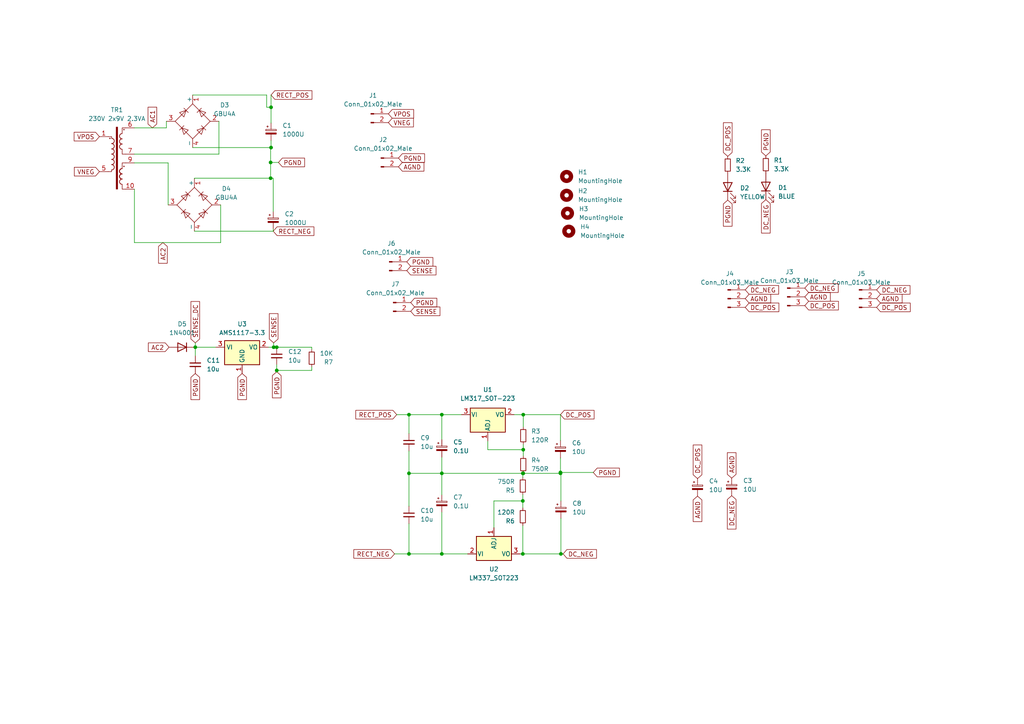
<source format=kicad_sch>
(kicad_sch (version 20230121) (generator eeschema)
  (paper "A4")
  (lib_symbols
    (symbol "Connector:Conn_01x02_Male" (pin_names (offset 1.016) hide)
      (property "Reference" "J" (at 0 2.54 0))
      (property "Value" "Conn_01x02_Male" (at 0 -5.08 0))
      (symbol "Conn_01x02_Male_1_1"
        (polyline (pts (xy 1.27 -2.54) (xy 0.8636 -2.54)) (stroke (width 0.1524)))
        (polyline (pts (xy 1.27 0) (xy 0.8636 0)) (stroke (width 0.1524)))
        (rectangle (start 0.8636 -2.413) (end 0 -2.667) (stroke (width 0.1524)) (fill (type outline)))
        (rectangle (start 0.8636 0.127) (end 0 -0.127) (stroke (width 0.1524)) (fill (type outline)))
        (pin passive line (at 5.08 0 180) (length 3.81) (name "Pin_1") (number "1"))
        (pin passive line (at 5.08 -2.54 180) (length 3.81) (name "Pin_2") (number "2"))
      )
    )
    (symbol "Connector:Conn_01x03_Male" (pin_names (offset 1.016) hide)
      (property "Reference" "J" (at 0 5.08 0))
      (property "Value" "Conn_01x03_Male" (at 0 -5.08 0))
      (symbol "Conn_01x03_Male_1_1"
        (polyline (pts (xy 1.27 -2.54) (xy 0.8636 -2.54)) (stroke (width 0.1524)))
        (polyline (pts (xy 1.27 0) (xy 0.8636 0)) (stroke (width 0.1524)))
        (polyline (pts (xy 1.27 2.54) (xy 0.8636 2.54)) (stroke (width 0.1524)))
        (rectangle (start 0.8636 -2.413) (end 0 -2.667) (stroke (width 0.1524)) (fill (type outline)))
        (rectangle (start 0.8636 0.127) (end 0 -0.127) (stroke (width 0.1524)) (fill (type outline)))
        (rectangle (start 0.8636 2.667) (end 0 2.413) (stroke (width 0.1524)) (fill (type outline)))
        (pin passive line (at 5.08 2.54 180) (length 3.81) (name "Pin_1") (number "1"))
        (pin passive line (at 5.08 0 180) (length 3.81) (name "Pin_2") (number "2"))
        (pin passive line (at 5.08 -2.54 180) (length 3.81) (name "Pin_3") (number "3"))
      )
    )
    (symbol "Device:C_Polarized_Small" (pin_numbers hide) (pin_names (offset 0.254) hide)
      (property "Reference" "C" (at 0.254 1.778 0))
      (property "Value" "C_Polarized_Small" (at 0.254 -2.032 0))
      (symbol "C_Polarized_Small_0_1"
        (rectangle (start -1.524 -0.3048) (end 1.524 -0.6858) (fill (type outline)))
        (rectangle (start -1.524 0.6858) (end 1.524 0.3048))
        (polyline (pts (xy -1.27 1.524) (xy -0.762 1.524)))
        (polyline (pts (xy -1.016 1.27) (xy -1.016 1.778)))
      )
      (symbol "C_Polarized_Small_1_1"
        (pin passive line (at 0 2.54 270) (length 1.8542) (name "~") (number "1"))
        (pin passive line (at 0 -2.54 90) (length 1.8542) (name "~") (number "2"))
      )
    )
    (symbol "Device:C_Small" (pin_numbers hide) (pin_names (offset 0.254) hide)
      (property "Reference" "C" (at 0.254 1.778 0))
      (property "Value" "C_Small" (at 0.254 -2.032 0))
      (symbol "C_Small_0_1"
        (polyline (pts (xy -1.524 -0.508) (xy 1.524 -0.508)) (stroke (width 0.3302)))
        (polyline (pts (xy -1.524 0.508) (xy 1.524 0.508)) (stroke (width 0.3048)))
      )
      (symbol "C_Small_1_1"
        (pin passive line (at 0 2.54 270) (length 2.032) (name "~") (number "1"))
        (pin passive line (at 0 -2.54 90) (length 2.032) (name "~") (number "2"))
      )
    )
    (symbol "Device:LED" (pin_numbers hide) (pin_names (offset 1.016) hide)
      (property "Reference" "D" (at 0 2.54 0))
      (property "Value" "LED" (at 0 -2.54 0))
      (symbol "LED_0_1"
        (polyline (pts (xy -1.27 -1.27) (xy -1.27 1.27)) (stroke (width 0.254)))
        (polyline (pts (xy -1.27 0) (xy 1.27 0)))
        (polyline (pts (xy 1.27 -1.27) (xy 1.27 1.27) (xy -1.27 0) (xy 1.27 -1.27)) (stroke (width 0.254)))
        (polyline (pts (xy -3.048 -0.762) (xy -4.572 -2.286) (xy -3.81 -2.286) (xy -4.572 -2.286) (xy -4.572 -1.524)))
        (polyline (pts (xy -1.778 -0.762) (xy -3.302 -2.286) (xy -2.54 -2.286) (xy -3.302 -2.286) (xy -3.302 -1.524)))
      )
      (symbol "LED_1_1"
        (pin passive line (at -3.81 0 0) (length 2.54) (name "K") (number "1"))
        (pin passive line (at 3.81 0 180) (length 2.54) (name "A") (number "2"))
      )
    )
    (symbol "Device:R_Small" (pin_numbers hide) (pin_names (offset 0.254) hide)
      (property "Reference" "R" (at 0.762 0.508 0))
      (property "Value" "R_Small" (at 0.762 -1.016 0))
      (symbol "R_Small_0_1"
        (rectangle (start -0.762 1.778) (end 0.762 -1.778) (stroke (width 0.2032)))
      )
      (symbol "R_Small_1_1"
        (pin passive line (at 0 2.54 270) (length 0.762) (name "~") (number "1"))
        (pin passive line (at 0 -2.54 90) (length 0.762) (name "~") (number "2"))
      )
    )
    (symbol "Diode:1N4001" (pin_numbers hide) (pin_names hide)
      (property "Reference" "D" (at 0 2.54 0))
      (property "Value" "1N4001" (at 0 -2.54 0))
      (symbol "1N4001_0_1"
        (polyline (pts (xy -1.27 1.27) (xy -1.27 -1.27)) (stroke (width 0.254)))
        (polyline (pts (xy 1.27 0) (xy -1.27 0)))
        (polyline (pts (xy 1.27 1.27) (xy 1.27 -1.27) (xy -1.27 0) (xy 1.27 1.27)) (stroke (width 0.254)))
      )
      (symbol "1N4001_1_1"
        (pin passive line (at -3.81 0 0) (length 2.54) (name "K") (number "1"))
        (pin passive line (at 3.81 0 180) (length 2.54) (name "A") (number "2"))
      )
    )
    (symbol "Diode_Bridge:GBU4A" (pin_names (offset 0))
      (property "Reference" "D" (at 2.54 6.985 0))
      (property "Value" "GBU4A" (at 2.54 5.08 0))
      (symbol "GBU4A_0_1"
        (polyline (pts (xy -2.54 3.81) (xy -1.27 2.54)))
        (polyline (pts (xy -1.27 -2.54) (xy -2.54 -3.81)))
        (polyline (pts (xy 2.54 -1.27) (xy 3.81 -2.54)))
        (polyline (pts (xy 2.54 1.27) (xy 3.81 2.54)))
        (polyline (pts (xy -3.81 2.54) (xy -2.54 1.27) (xy -1.905 3.175) (xy -3.81 2.54)))
        (polyline (pts (xy -2.54 -1.27) (xy -3.81 -2.54) (xy -1.905 -3.175) (xy -2.54 -1.27)))
        (polyline (pts (xy 1.27 2.54) (xy 2.54 3.81) (xy 3.175 1.905) (xy 1.27 2.54)))
        (polyline (pts (xy 3.175 -1.905) (xy 1.27 -2.54) (xy 2.54 -3.81) (xy 3.175 -1.905)))
        (polyline (pts (xy -5.08 0) (xy 0 -5.08) (xy 5.08 0) (xy 0 5.08) (xy -5.08 0)))
      )
      (symbol "GBU4A_1_1"
        (pin passive line (at 7.62 0 180) (length 2.54) (name "+") (number "1"))
        (pin passive line (at 0 -7.62 90) (length 2.54) (name "~") (number "2"))
        (pin passive line (at 0 7.62 270) (length 2.54) (name "~") (number "3"))
        (pin passive line (at -7.62 0 0) (length 2.54) (name "-") (number "4"))
      )
    )
    (symbol "Mechanical:MountingHole" (pin_names (offset 1.016))
      (property "Reference" "H" (at 0 5.08 0))
      (property "Value" "MountingHole" (at 0 3.175 0))
      (symbol "MountingHole_0_1"
        (circle (center 0 0) (radius 1.27) (stroke (width 1.27)))
      )
    )
    (symbol "Regulator_Linear:AMS1117-3.3"
      (property "Reference" "U" (at -3.81 3.175 0))
      (property "Value" "AMS1117-3.3" (at 0 3.175 0))
      (symbol "AMS1117-3.3_0_1"
        (rectangle (start -5.08 -5.08) (end 5.08 1.905) (stroke (width 0.254)) (fill (type background)))
      )
      (symbol "AMS1117-3.3_1_1"
        (pin power_in line (at 0 -7.62 90) (length 2.54) (name "GND") (number "1"))
        (pin power_out line (at 7.62 0 180) (length 2.54) (name "VO") (number "2"))
        (pin power_in line (at -7.62 0 0) (length 2.54) (name "VI") (number "3"))
      )
    )
    (symbol "Regulator_Linear:LM317_SOT-223" (pin_names (offset 0.254))
      (property "Reference" "U" (at -3.81 3.175 0))
      (property "Value" "LM317_SOT-223" (at 0 3.175 0))
      (symbol "LM317_SOT-223_0_1"
        (rectangle (start -5.08 1.905) (end 5.08 -5.08) (stroke (width 0.254)) (fill (type background)))
      )
      (symbol "LM317_SOT-223_1_1"
        (pin input line (at 0 -7.62 90) (length 2.54) (name "ADJ") (number "1"))
        (pin power_out line (at 7.62 0 180) (length 2.54) (name "VO") (number "2"))
        (pin power_in line (at -7.62 0 0) (length 2.54) (name "VI") (number "3"))
      )
    )
    (symbol "Regulator_Linear:LM337_SOT223" (pin_names (offset 0.254))
      (property "Reference" "U" (at -3.81 -3.175 0))
      (property "Value" "LM337_SOT223" (at 0 -3.175 0))
      (symbol "LM337_SOT223_0_1"
        (rectangle (start -5.08 5.08) (end 5.08 -1.905) (stroke (width 0.254)) (fill (type background)))
      )
      (symbol "LM337_SOT223_1_1"
        (pin input line (at 0 7.62 270) (length 2.54) (name "ADJ") (number "1"))
        (pin power_in line (at -7.62 0 0) (length 2.54) (name "VI") (number "2"))
        (pin power_out line (at 7.62 0 180) (length 2.54) (name "VO") (number "3"))
      )
    )
    (symbol "Transformer:TEZ2.6-D-2" (pin_names (offset 0.0254))
      (property "Reference" "TR" (at 0 8.89 0))
      (property "Value" "TEZ2.6-D-2" (at 0 -11.43 0))
      (symbol "TEZ2.6-D-2_0_1"
        (circle (center -2.032 4.572) (radius 0.127))
        (arc (start -1.524 -4.572) (mid -0.7653 -3.81) (end -1.524 -3.048) (stroke (width 0.2032)))
        (arc (start -1.524 -3.048) (mid -0.7653 -2.286) (end -1.524 -1.524) (stroke (width 0.2032)))
        (arc (start -1.524 -1.524) (mid -0.7653 -0.762) (end -1.524 0) (stroke (width 0.2032)))
        (arc (start -1.524 0) (mid -0.7653 0.762) (end -1.524 1.524) (stroke (width 0.2032)))
        (arc (start -1.524 1.524) (mid -0.7653 2.286) (end -1.524 3.048) (stroke (width 0.2032)))
        (arc (start -1.524 3.048) (mid -0.7653 3.81) (end -1.524 4.572) (stroke (width 0.2032)))
        (rectangle (start -0.254 7.874) (end 0.254 -10.16) (stroke (width 0.0254)) (fill (type outline)))
        (polyline (pts (xy -1.524 -4.572) (xy -1.524 -5.08) (xy -2.54 -5.08)))
        (polyline (pts (xy -1.524 4.572) (xy -1.524 5.08) (xy -2.54 5.08)))
        (polyline (pts (xy 1.524 -8.89) (xy 1.524 -10.16) (xy 2.54 -10.16)))
        (polyline (pts (xy 2.54 -2.54) (xy 1.524 -2.54) (xy 1.524 -4.064)))
        (polyline (pts (xy 2.54 0) (xy 1.524 0) (xy 1.524 1.27)))
        (polyline (pts (xy 2.54 7.62) (xy 1.524 7.62) (xy 1.524 6.096)))
        (arc (start 1.524 -7.239) (mid 0.7653 -8.001) (end 1.524 -8.763) (stroke (width 0.2032)))
        (arc (start 1.524 -5.715) (mid 0.7653 -6.477) (end 1.524 -7.239) (stroke (width 0.2032)))
        (arc (start 1.524 -5.715) (mid 0.7653 -6.477) (end 1.524 -7.239) (stroke (width 0.2032)))
        (arc (start 1.524 -4.191) (mid 0.7653 -4.953) (end 1.524 -5.715) (stroke (width 0.2032)))
        (arc (start 1.524 -4.191) (mid 0.7653 -4.953) (end 1.524 -5.715) (stroke (width 0.2032)))
        (arc (start 1.524 2.921) (mid 0.7653 2.159) (end 1.524 1.397) (stroke (width 0.2032)))
        (arc (start 1.524 4.445) (mid 0.7653 3.683) (end 1.524 2.921) (stroke (width 0.2032)))
        (arc (start 1.524 5.969) (mid 0.7653 5.207) (end 1.524 4.445) (stroke (width 0.2032)))
        (circle (center 2.032 -3.556) (radius 0.127))
        (circle (center 2.032 7.112) (radius 0.127))
      )
      (symbol "TEZ2.6-D-2_1_1"
        (pin passive line (at -5.08 5.08 0) (length 2.54) (name "~") (number "1"))
        (pin passive line (at 5.08 -10.16 180) (length 2.54) (name "~") (number "10"))
        (pin passive line (at -5.08 -5.08 0) (length 2.54) (name "~") (number "5"))
        (pin passive line (at 5.08 7.62 180) (length 2.54) (name "~") (number "6"))
        (pin passive line (at 5.08 0 180) (length 2.54) (name "~") (number "7"))
        (pin passive line (at 5.08 -2.54 180) (length 2.54) (name "~") (number "9"))
      )
    )
  )
  (junction (at 56.642 100.711))
  (junction (at 118.618 160.655))
  (junction (at 151.765 130.429))
  (junction (at 80.264 100.711))
  (junction (at 151.638 145.288))
  (junction (at 79.375 100.711))
  (junction (at 151.765 120.269))
  (junction (at 151.638 137.287))
  (junction (at 128.143 120.269))
  (junction (at 162.56 137.287))
  (junction (at 128.143 160.655))
  (junction (at 78.613 42.799))
  (junction (at 118.618 120.269))
  (junction (at 151.638 160.655))
  (junction (at 162.687 160.655))
  (junction (at 78.486 51.689))
  (junction (at 80.264 107.442))
  (junction (at 78.613 31.115))
  (junction (at 162.56 137.033))
  (junction (at 128.143 137.287))
  (junction (at 78.486 47.117))
  (junction (at 118.618 137.287))
  (junction (at 151.765 137.287))
  (wire (pts (xy 79.248 51.689) (xy 78.486 51.689)))
  (wire (pts (xy 38.989 37.084) (xy 48.26 37.084)))
  (wire (pts (xy 80.264 100.711) (xy 79.375 100.711)))
  (wire (pts (xy 78.613 43.053) (xy 78.486 43.053)))
  (wire (pts (xy 64.008 70.358) (xy 38.989 70.358)))
  (wire (pts (xy 118.618 137.287) (xy 128.143 137.287)))
  (wire (pts (xy 48.768 47.244) (xy 38.989 47.244)))
  (wire (pts (xy 118.618 146.812) (xy 118.618 137.287)))
  (wire (pts (xy 151.765 130.429) (xy 151.765 132.207)))
  (wire (pts (xy 151.765 128.905) (xy 151.765 130.429)))
  (wire (pts (xy 118.618 160.655) (xy 128.143 160.655)))
  (wire (pts (xy 48.768 59.436) (xy 48.768 47.244)))
  (wire (pts (xy 78.613 31.115) (xy 78.613 35.687)))
  (wire (pts (xy 90.424 107.442) (xy 80.264 107.442)))
  (wire (pts (xy 78.486 51.689) (xy 56.388 51.689)))
  (wire (pts (xy 90.424 100.711) (xy 90.424 101.346)))
  (wire (pts (xy 78.613 40.767) (xy 78.613 42.799)))
  (wire (pts (xy 80.264 107.442) (xy 80.264 107.823)))
  (wire (pts (xy 162.687 160.655) (xy 163.322 160.655)))
  (wire (pts (xy 162.687 160.655) (xy 162.687 150.368)))
  (wire (pts (xy 151.638 152.4) (xy 151.638 160.655)))
  (wire (pts (xy 56.642 100.711) (xy 62.611 100.711)))
  (wire (pts (xy 90.424 106.426) (xy 90.424 107.442)))
  (wire (pts (xy 128.143 160.655) (xy 135.636 160.655)))
  (wire (pts (xy 162.56 127.762) (xy 162.56 120.269)))
  (wire (pts (xy 80.264 105.791) (xy 80.264 107.442)))
  (wire (pts (xy 141.478 127.889) (xy 141.478 130.429)))
  (wire (pts (xy 128.143 120.269) (xy 133.858 120.269)))
  (wire (pts (xy 118.618 151.892) (xy 118.618 160.655)))
  (wire (pts (xy 118.618 130.81) (xy 118.618 137.287)))
  (wire (pts (xy 56.642 103.251) (xy 56.642 100.711)))
  (wire (pts (xy 143.256 145.288) (xy 151.638 145.288)))
  (wire (pts (xy 55.88 42.799) (xy 78.613 42.799)))
  (wire (pts (xy 128.143 127.508) (xy 128.143 120.269)))
  (wire (pts (xy 162.56 132.842) (xy 162.56 137.033)))
  (wire (pts (xy 77.343 27.559) (xy 77.343 31.115)))
  (wire (pts (xy 143.256 153.035) (xy 143.256 145.288)))
  (wire (pts (xy 151.765 137.287) (xy 162.56 137.287)))
  (wire (pts (xy 128.143 137.287) (xy 128.143 132.588)))
  (wire (pts (xy 151.765 120.269) (xy 151.765 123.825)))
  (wire (pts (xy 78.486 43.053) (xy 78.486 47.117)))
  (wire (pts (xy 79.248 66.421) (xy 79.248 67.056)))
  (wire (pts (xy 48.26 35.179) (xy 48.26 37.084)))
  (wire (pts (xy 128.143 148.59) (xy 128.143 160.655)))
  (wire (pts (xy 151.765 120.269) (xy 162.56 120.269)))
  (wire (pts (xy 78.486 47.117) (xy 80.772 47.117)))
  (wire (pts (xy 151.638 147.32) (xy 151.638 145.288)))
  (wire (pts (xy 78.613 42.799) (xy 78.613 43.053)))
  (wire (pts (xy 151.638 160.655) (xy 162.687 160.655)))
  (wire (pts (xy 79.248 67.056) (xy 56.388 67.056)))
  (wire (pts (xy 151.638 145.288) (xy 151.638 143.51)))
  (wire (pts (xy 115.062 120.269) (xy 118.618 120.269)))
  (wire (pts (xy 149.098 120.269) (xy 151.765 120.269)))
  (wire (pts (xy 55.88 27.559) (xy 77.343 27.559)))
  (wire (pts (xy 80.264 100.711) (xy 90.424 100.711)))
  (wire (pts (xy 56.642 99.441) (xy 56.642 100.711)))
  (wire (pts (xy 56.388 51.689) (xy 56.388 51.816)))
  (wire (pts (xy 151.638 160.655) (xy 150.876 160.655)))
  (wire (pts (xy 64.008 59.436) (xy 64.008 70.358)))
  (wire (pts (xy 38.989 44.704) (xy 63.5 44.704)))
  (wire (pts (xy 162.56 137.033) (xy 162.56 137.287)))
  (wire (pts (xy 78.613 27.559) (xy 78.613 31.115)))
  (wire (pts (xy 162.687 145.288) (xy 162.687 137.287)))
  (wire (pts (xy 162.56 137.287) (xy 162.687 137.287)))
  (wire (pts (xy 78.486 47.117) (xy 78.486 51.689)))
  (wire (pts (xy 118.618 125.73) (xy 118.618 120.269)))
  (wire (pts (xy 118.618 120.269) (xy 128.143 120.269)))
  (wire (pts (xy 79.375 100.711) (xy 77.851 100.711)))
  (wire (pts (xy 151.638 137.287) (xy 151.765 137.287)))
  (wire (pts (xy 77.343 31.115) (xy 78.613 31.115)))
  (wire (pts (xy 141.478 130.429) (xy 151.765 130.429)))
  (wire (pts (xy 63.5 35.179) (xy 63.5 44.704)))
  (wire (pts (xy 38.989 70.358) (xy 38.989 54.864)))
  (wire (pts (xy 151.638 137.287) (xy 151.638 138.43)))
  (wire (pts (xy 79.375 99.441) (xy 79.375 100.711)))
  (wire (pts (xy 128.143 143.51) (xy 128.143 137.287)))
  (wire (pts (xy 128.143 137.287) (xy 151.638 137.287)))
  (wire (pts (xy 114.427 160.655) (xy 118.618 160.655)))
  (wire (pts (xy 79.248 51.689) (xy 79.248 61.341)))
  (wire (pts (xy 172.085 137.033) (xy 162.56 137.033)))
  (global_label "VNEG" (shape input) (at 112.649 35.56 0) (property "Intersheetrefs" "${INTERSHEET_REFS}" (effects hide)))
  (global_label "AC2" (shape input) (at 49.022 100.711 180) (property "Intersheetrefs" "${INTERSHEET_REFS}" (effects hide)))
  (global_label "DC_NEG" (shape input) (at 254.254 84.074 0) (property "Intersheetrefs" "${INTERSHEET_REFS}" (effects hide)))
  (global_label "SENSE" (shape input) (at 119.126 90.297 0) (property "Intersheetrefs" "${INTERSHEET_REFS}" (effects hide)))
  (global_label "AGND" (shape input) (at 233.426 86.106 0) (property "Intersheetrefs" "${INTERSHEET_REFS}" (effects hide)))
  (global_label "DC_POS" (shape input) (at 211.074 45.339 90) (property "Intersheetrefs" "${INTERSHEET_REFS}" (effects hide)))
  (global_label "RECT_NEG" (shape input) (at 114.427 160.655 180) (property "Intersheetrefs" "${INTERSHEET_REFS}" (effects hide)))
  (global_label "RECT_NEG" (shape input) (at 79.248 67.056 0) (property "Intersheetrefs" "${INTERSHEET_REFS}" (effects hide)))
  (global_label "AGND" (shape input) (at 202.311 143.891 270) (property "Intersheetrefs" "${INTERSHEET_REFS}" (effects hide)))
  (global_label "PGND" (shape input) (at 80.772 47.117 0) (property "Intersheetrefs" "${INTERSHEET_REFS}" (effects hide)))
  (global_label "SENSE" (shape input) (at 79.375 99.441 90) (property "Intersheetrefs" "${INTERSHEET_REFS}" (effects hide)))
  (global_label "RECT_POS" (shape input) (at 115.062 120.269 180) (property "Intersheetrefs" "${INTERSHEET_REFS}" (effects hide)))
  (global_label "RECT_POS" (shape input) (at 78.613 27.559 0) (property "Intersheetrefs" "${INTERSHEET_REFS}" (effects hide)))
  (global_label "VNEG" (shape input) (at 28.829 49.784 180) (property "Intersheetrefs" "${INTERSHEET_REFS}" (effects hide)))
  (global_label "DC_NEG" (shape input) (at 233.426 83.566 0) (property "Intersheetrefs" "${INTERSHEET_REFS}" (effects hide)))
  (global_label "VPOS" (shape input) (at 28.829 39.624 180) (property "Intersheetrefs" "${INTERSHEET_REFS}" (effects hide)))
  (global_label "DC_NEG" (shape input) (at 212.217 143.764 270) (property "Intersheetrefs" "${INTERSHEET_REFS}" (effects hide)))
  (global_label "DC_POS" (shape input) (at 254.254 89.154 0) (property "Intersheetrefs" "${INTERSHEET_REFS}" (effects hide)))
  (global_label "VPOS" (shape input) (at 112.649 33.02 0) (property "Intersheetrefs" "${INTERSHEET_REFS}" (effects hide)))
  (global_label "SENSE" (shape input) (at 117.983 78.486 0) (property "Intersheetrefs" "${INTERSHEET_REFS}" (effects hide)))
  (global_label "DC_POS" (shape input) (at 216.154 89.154 0) (property "Intersheetrefs" "${INTERSHEET_REFS}" (effects hide)))
  (global_label "AGND" (shape input) (at 216.154 86.614 0) (property "Intersheetrefs" "${INTERSHEET_REFS}" (effects hide)))
  (global_label "PGND" (shape input) (at 115.57 45.847 0) (property "Intersheetrefs" "${INTERSHEET_REFS}" (effects hide)))
  (global_label "AGND" (shape input) (at 115.57 48.387 0) (property "Intersheetrefs" "${INTERSHEET_REFS}" (effects hide)))
  (global_label "AGND" (shape input) (at 212.217 138.684 90) (property "Intersheetrefs" "${INTERSHEET_REFS}" (effects hide)))
  (global_label "PGND" (shape input) (at 119.126 87.757 0) (property "Intersheetrefs" "${INTERSHEET_REFS}" (effects hide)))
  (global_label "DC_POS" (shape input) (at 233.426 88.646 0) (property "Intersheetrefs" "${INTERSHEET_REFS}" (effects hide)))
  (global_label "DC_NEG" (shape input) (at 222.123 57.912 270) (property "Intersheetrefs" "${INTERSHEET_REFS}" (effects hide)))
  (global_label "DC_NEG" (shape input) (at 216.154 84.074 0) (property "Intersheetrefs" "${INTERSHEET_REFS}" (effects hide)))
  (global_label "DC_POS" (shape input) (at 162.56 120.269 0) (property "Intersheetrefs" "${INTERSHEET_REFS}" (effects hide)))
  (global_label "AC1" (shape input) (at 44.196 37.084 90) (property "Intersheetrefs" "${INTERSHEET_REFS}" (effects hide)))
  (global_label "PGND" (shape input) (at 117.983 75.946 0) (property "Intersheetrefs" "${INTERSHEET_REFS}" (effects hide)))
  (global_label "PGND" (shape input) (at 70.231 108.331 270) (property "Intersheetrefs" "${INTERSHEET_REFS}" (effects hide)))
  (global_label "SENSE_DC" (shape input) (at 56.642 99.441 90) (property "Intersheetrefs" "${INTERSHEET_REFS}" (effects hide)))
  (global_label "DC_NEG" (shape input) (at 163.322 160.655 0) (property "Intersheetrefs" "${INTERSHEET_REFS}" (effects hide)))
  (global_label "DC_POS" (shape input) (at 202.311 138.811 90) (property "Intersheetrefs" "${INTERSHEET_REFS}" (effects hide)))
  (global_label "PGND" (shape input) (at 211.074 58.039 270) (property "Intersheetrefs" "${INTERSHEET_REFS}" (effects hide)))
  (global_label "AGND" (shape input) (at 254.254 86.614 0) (property "Intersheetrefs" "${INTERSHEET_REFS}" (effects hide)))
  (global_label "AC2" (shape input) (at 47.244 70.358 270) (property "Intersheetrefs" "${INTERSHEET_REFS}" (effects hide)))
  (global_label "PGND" (shape input) (at 172.085 137.033 0) (property "Intersheetrefs" "${INTERSHEET_REFS}" (effects hide)))
  (global_label "PGND" (shape input) (at 222.123 45.212 90) (property "Intersheetrefs" "${INTERSHEET_REFS}" (effects hide)))
  (global_label "PGND" (shape input) (at 80.264 107.823 270) (property "Intersheetrefs" "${INTERSHEET_REFS}" (effects hide)))
  (global_label "PGND" (shape input) (at 56.642 108.331 270) (property "Intersheetrefs" "${INTERSHEET_REFS}" (effects hide)))
  (symbol (lib_id "Connector:Conn_01x03_Male") (at 249.174 86.614 0) (unit 1)
    (property "Reference" "J5" (at 249.809 79.375 0))
    (property "Value" "Conn_01x03_Male" (at 249.809 81.915 0))
    (property "Footprint" "Connector_JST:JST_PH_B3B-PH-K_1x03_P2.00mm_Vertical" (effects hide))
  )
  (symbol (lib_id "Regulator_Linear:LM317_SOT-223") (at 141.478 120.269 0) (unit 1)
    (property "Reference" "U1" (at 141.478 113.03 0))
    (property "Value" "LM317_SOT-223" (at 141.478 115.57 0))
    (property "Footprint" "Package_TO_SOT_SMD:SOT-223-3_TabPin2" (effects hide))
    (property "Datasheet" "http://www.ti.com/lit/ds/symlink/lm317.pdf" (effects hide))
  )
  (symbol (lib_id "Mechanical:MountingHole") (at 164.338 51.181 0) (unit 1)
    (property "Reference" "H1" (at 167.64 49.9109 0) (effects (justify left)))
    (property "Value" "MountingHole" (at 167.64 52.4509 0) (effects (justify left)))
    (property "Footprint" "MountingHole:MountingHole_3.2mm_M3" (effects hide))
  )
  (symbol (lib_id "Diode_Bridge:GBU4A") (at 56.388 59.436 90) (unit 1)
    (property "Reference" "D4" (at 65.659 54.737 90))
    (property "Value" "GBU4A" (at 65.659 57.277 90))
    (property "Footprint" "Diode_THT:Diode_Bridge_Vishay_GBU" (effects hide))
    (property "Datasheet" "http://www.vishay.com/docs/88656/gbu4a.pdf" (effects hide))
  )
  (symbol (lib_id "Device:R_Small") (at 211.074 47.879 0) (unit 1)
    (property "Reference" "R2" (at 213.36 46.6089 0) (effects (justify left)))
    (property "Value" "3.3K" (at 213.36 49.1489 0) (effects (justify left)))
    (property "Footprint" "Resistor_SMD:R_0603_1608Metric_Pad0.98x0.95mm_HandSolder" (effects hide))
  )
  (symbol (lib_id "Regulator_Linear:AMS1117-3.3") (at 70.231 100.711 0) (unit 1)
    (property "Reference" "U3" (at 70.231 93.98 0))
    (property "Value" "AMS1117-3.3" (at 70.231 96.52 0))
    (property "Footprint" "Package_TO_SOT_SMD:SOT-223-3_TabPin2" (effects hide))
    (property "Datasheet" "http://www.advanced-monolithic.com/pdf/ds1117.pdf" (effects hide))
  )
  (symbol (lib_id "Device:C_Polarized_Small") (at 79.248 63.881 0) (unit 1)
    (property "Reference" "C2" (at 82.55 62.0648 0) (effects (justify left)))
    (property "Value" "1000U" (at 82.55 64.6048 0) (effects (justify left)))
    (property "Footprint" "Capacitor_THT:CP_Radial_D10.0mm_P5.00mm_P7.50mm" (effects hide))
  )
  (symbol (lib_id "Device:C_Polarized_Small") (at 128.143 130.048 0) (unit 1)
    (property "Reference" "C5" (at 131.445 128.2318 0) (effects (justify left)))
    (property "Value" "0.1U" (at 131.445 130.7718 0) (effects (justify left)))
    (property "Footprint" "Capacitor_SMD:C_0603_1608Metric_Pad1.08x0.95mm_HandSolder" (effects hide))
  )
  (symbol (lib_id "Device:C_Polarized_Small") (at 212.217 141.224 0) (unit 1)
    (property "Reference" "C3" (at 215.519 139.4078 0) (effects (justify left)))
    (property "Value" "10U" (at 215.519 141.9478 0) (effects (justify left)))
    (property "Footprint" "Capacitor_SMD:C_1206_3216Metric_Pad1.33x1.80mm_HandSolder" (effects hide))
  )
  (symbol (lib_id "Device:C_Polarized_Small") (at 162.56 130.302 0) (unit 1)
    (property "Reference" "C6" (at 165.862 128.4858 0) (effects (justify left)))
    (property "Value" "10U" (at 165.862 131.0258 0) (effects (justify left)))
    (property "Footprint" "Capacitor_SMD:C_1206_3216Metric_Pad1.33x1.80mm_HandSolder" (effects hide))
  )
  (symbol (lib_id "Device:R_Small") (at 151.765 126.365 0) (unit 1)
    (property "Reference" "R3" (at 154.051 125.0949 0) (effects (justify left)))
    (property "Value" "120R" (at 154.051 127.6349 0) (effects (justify left)))
    (property "Footprint" "Resistor_SMD:R_0603_1608Metric_Pad0.98x0.95mm_HandSolder" (effects hide))
  )
  (symbol (lib_id "Device:C_Polarized_Small") (at 202.311 141.351 0) (unit 1)
    (property "Reference" "C4" (at 205.613 139.5348 0) (effects (justify left)))
    (property "Value" "10U" (at 205.613 142.0748 0) (effects (justify left)))
    (property "Footprint" "Capacitor_SMD:C_1206_3216Metric_Pad1.33x1.80mm_HandSolder" (effects hide))
  )
  (symbol (lib_id "Device:C_Polarized_Small") (at 128.143 146.05 0) (unit 1)
    (property "Reference" "C7" (at 131.445 144.2338 0) (effects (justify left)))
    (property "Value" "0.1U" (at 131.445 146.7738 0) (effects (justify left)))
    (property "Footprint" "Capacitor_SMD:C_0603_1608Metric_Pad1.08x0.95mm_HandSolder" (effects hide))
  )
  (symbol (lib_id "Regulator_Linear:LM337_SOT223") (at 143.256 160.655 0) (unit 1)
    (property "Reference" "U2" (at 143.256 165.1 0))
    (property "Value" "LM337_SOT223" (at 143.256 167.64 0))
    (property "Footprint" "Package_TO_SOT_SMD:SOT-223-3_TabPin2" (effects hide))
    (property "Datasheet" "http://www.ti.com/lit/ds/symlink/lm337-n.pdf" (effects hide))
  )
  (symbol (lib_id "Connector:Conn_01x02_Male") (at 107.569 33.02 0) (unit 1)
    (property "Reference" "J1" (at 108.204 27.686 0))
    (property "Value" "Conn_01x02_Male" (at 108.204 30.226 0))
    (property "Footprint" "Connector_JST:JST_XH_B2B-XH-A_1x02_P2.50mm_Vertical" (effects hide))
  )
  (symbol (lib_id "Mechanical:MountingHole") (at 164.338 56.642 0) (unit 1)
    (property "Reference" "H2" (at 167.64 55.3719 0) (effects (justify left)))
    (property "Value" "MountingHole" (at 167.64 57.9119 0) (effects (justify left)))
    (property "Footprint" "MountingHole:MountingHole_3.2mm_M3" (effects hide))
  )
  (symbol (lib_id "Device:R_Small") (at 151.638 140.97 180) (unit 1)
    (property "Reference" "R5" (at 149.352 142.2401 0) (effects (justify left)))
    (property "Value" "750R" (at 149.352 139.7001 0) (effects (justify left)))
    (property "Footprint" "Resistor_SMD:R_0603_1608Metric_Pad0.98x0.95mm_HandSolder" (effects hide))
  )
  (symbol (lib_id "Diode_Bridge:GBU4A") (at 55.88 35.179 90) (unit 1)
    (property "Reference" "D3" (at 65.151 30.48 90))
    (property "Value" "GBU4A" (at 65.151 33.02 90))
    (property "Footprint" "Diode_THT:Diode_Bridge_Vishay_GBU" (effects hide))
    (property "Datasheet" "http://www.vishay.com/docs/88656/gbu4a.pdf" (effects hide))
  )
  (symbol (lib_id "Device:C_Polarized_Small") (at 162.687 147.828 0) (unit 1)
    (property "Reference" "C8" (at 165.989 146.0118 0) (effects (justify left)))
    (property "Value" "10U" (at 165.989 148.5518 0) (effects (justify left)))
    (property "Footprint" "Capacitor_SMD:C_1206_3216Metric_Pad1.33x1.80mm_HandSolder" (effects hide))
  )
  (symbol (lib_id "Connector:Conn_01x03_Male") (at 211.074 86.614 0) (unit 1)
    (property "Reference" "J4" (at 211.709 79.375 0))
    (property "Value" "Conn_01x03_Male" (at 211.709 81.915 0))
    (property "Footprint" "Connector_JST:JST_PH_B3B-PH-K_1x03_P2.00mm_Vertical" (effects hide))
  )
  (symbol (lib_id "Device:C_Small") (at 80.264 103.251 0) (unit 1)
    (property "Reference" "C12" (at 83.566 101.9873 0) (effects (justify left)))
    (property "Value" "10u" (at 83.566 104.5273 0) (effects (justify left)))
    (property "Footprint" "Capacitor_SMD:C_1206_3216Metric_Pad1.33x1.80mm_HandSolder" (effects hide))
  )
  (symbol (lib_id "Device:LED") (at 222.123 54.102 90) (unit 1)
    (property "Reference" "D1" (at 225.679 54.4194 90) (effects (justify right)))
    (property "Value" "BLUE" (at 225.679 56.9594 90) (effects (justify right)))
    (property "Footprint" "LED_SMD:LED_0805_2012Metric_Pad1.15x1.40mm_HandSolder" (effects hide))
  )
  (symbol (lib_id "Device:C_Small") (at 118.618 128.27 0) (unit 1)
    (property "Reference" "C9" (at 121.92 127.0063 0) (effects (justify left)))
    (property "Value" "10u" (at 121.92 129.5463 0) (effects (justify left)))
    (property "Footprint" "Capacitor_SMD:C_1206_3216Metric_Pad1.33x1.80mm_HandSolder" (effects hide))
  )
  (symbol (lib_id "Device:R_Small") (at 151.638 149.86 180) (unit 1)
    (property "Reference" "R6" (at 149.352 151.1301 0) (effects (justify left)))
    (property "Value" "120R" (at 149.352 148.5901 0) (effects (justify left)))
    (property "Footprint" "Resistor_SMD:R_0603_1608Metric_Pad0.98x0.95mm_HandSolder" (effects hide))
  )
  (symbol (lib_id "Device:R_Small") (at 90.424 103.886 180) (unit 1)
    (property "Reference" "R7" (at 96.647 105.029 0) (effects (justify left)))
    (property "Value" "10K" (at 96.647 102.489 0) (effects (justify left)))
    (property "Footprint" "Resistor_SMD:R_0603_1608Metric_Pad0.98x0.95mm_HandSolder" (effects hide))
  )
  (symbol (lib_id "Connector:Conn_01x02_Male") (at 110.49 45.847 0) (unit 1)
    (property "Reference" "J2" (at 111.125 40.513 0))
    (property "Value" "Conn_01x02_Male" (at 111.125 43.053 0))
    (property "Footprint" "Connector_JST:JST_XH_B2B-XH-A_1x02_P2.50mm_Vertical" (effects hide))
  )
  (symbol (lib_id "Device:R_Small") (at 222.123 47.752 0) (unit 1)
    (property "Reference" "R1" (at 224.409 46.4819 0) (effects (justify left)))
    (property "Value" "3.3K" (at 224.409 49.0219 0) (effects (justify left)))
    (property "Footprint" "Resistor_SMD:R_0603_1608Metric_Pad0.98x0.95mm_HandSolder" (effects hide))
  )
  (symbol (lib_id "Connector:Conn_01x02_Male") (at 112.903 75.946 0) (unit 1)
    (property "Reference" "J6" (at 113.538 70.612 0))
    (property "Value" "Conn_01x02_Male" (at 113.538 73.152 0))
    (property "Footprint" "Connector_JST:JST_PH_B2B-PH-K_1x02_P2.00mm_Vertical" (effects hide))
  )
  (symbol (lib_id "Device:C_Small") (at 56.642 105.791 0) (unit 1)
    (property "Reference" "C11" (at 59.944 104.5273 0) (effects (justify left)))
    (property "Value" "10u" (at 59.944 107.0673 0) (effects (justify left)))
    (property "Footprint" "Capacitor_SMD:C_1206_3216Metric_Pad1.33x1.80mm_HandSolder" (effects hide))
  )
  (symbol (lib_id "Connector:Conn_01x03_Male") (at 228.346 86.106 0) (unit 1)
    (property "Reference" "J3" (at 228.981 78.867 0))
    (property "Value" "Conn_01x03_Male" (at 228.981 81.407 0))
    (property "Footprint" "Connector_JST:JST_PH_B3B-PH-K_1x03_P2.00mm_Vertical" (effects hide))
  )
  (symbol (lib_id "Connector:Conn_01x02_Male") (at 114.046 87.757 0) (unit 1)
    (property "Reference" "J7" (at 114.681 82.423 0))
    (property "Value" "Conn_01x02_Male" (at 114.681 84.963 0))
    (property "Footprint" "Connector_JST:JST_PH_B2B-PH-K_1x02_P2.00mm_Vertical" (effects hide))
  )
  (symbol (lib_id "Diode:1N4001") (at 52.832 100.711 180) (unit 1)
    (property "Reference" "D5" (at 52.832 93.98 0))
    (property "Value" "1N4001" (at 52.832 96.52 0))
    (property "Footprint" "Diode_SMD:D_SMA" (effects hide))
    (property "Datasheet" "http://www.vishay.com/docs/88503/1n4001.pdf" (effects hide))
    (property "Sim.Device" "D" (effects hide))
    (property "Sim.Pins" "1=K 2=A" (effects hide))
  )
  (symbol (lib_id "Mechanical:MountingHole") (at 164.973 67.056 0) (unit 1)
    (property "Reference" "H4" (at 168.275 65.7859 0) (effects (justify left)))
    (property "Value" "MountingHole" (at 168.275 68.3259 0) (effects (justify left)))
    (property "Footprint" "MountingHole:MountingHole_3.2mm_M3" (effects hide))
  )
  (symbol (lib_id "Device:C_Small") (at 118.618 149.352 0) (unit 1)
    (property "Reference" "C10" (at 121.92 148.0883 0) (effects (justify left)))
    (property "Value" "10u" (at 121.92 150.6283 0) (effects (justify left)))
    (property "Footprint" "Capacitor_SMD:C_1206_3216Metric_Pad1.33x1.80mm_HandSolder" (effects hide))
  )
  (symbol (lib_id "Device:R_Small") (at 151.765 134.747 0) (unit 1)
    (property "Reference" "R4" (at 154.051 133.4769 0) (effects (justify left)))
    (property "Value" "750R" (at 154.051 136.0169 0) (effects (justify left)))
    (property "Footprint" "Resistor_SMD:R_0603_1608Metric_Pad0.98x0.95mm_HandSolder" (effects hide))
  )
  (symbol (lib_id "Transformer:TEZ2.6-D-2") (at 33.909 44.704 0) (unit 1)
    (property "Reference" "TR1" (at 33.909 31.877 0))
    (property "Value" "230V 2x9V 2.3VA" (at 33.909 34.417 0))
    (property "Footprint" "Transformer_THT:Transformer_Breve_TEZ-28x33" (effects hide))
    (property "Datasheet" "http://www.breve.pl/pdf/ANG/TEZ_ang.pdf" (effects hide))
  )
  (symbol (lib_id "Mechanical:MountingHole") (at 164.592 61.849 0) (unit 1)
    (property "Reference" "H3" (at 167.894 60.5789 0) (effects (justify left)))
    (property "Value" "MountingHole" (at 167.894 63.1189 0) (effects (justify left)))
    (property "Footprint" "MountingHole:MountingHole_3.2mm_M3" (effects hide))
  )
  (symbol (lib_id "Device:LED") (at 211.074 54.229 90) (unit 1)
    (property "Reference" "D2" (at 214.63 54.5464 90) (effects (justify right)))
    (property "Value" "YELLOW" (at 214.63 57.0864 90) (effects (justify right)))
    (property "Footprint" "LED_SMD:LED_0805_2012Metric_Pad1.15x1.40mm_HandSolder" (effects hide))
  )
  (symbol (lib_id "Device:C_Polarized_Small") (at 78.613 38.227 0) (unit 1)
    (property "Reference" "C1" (at 81.915 36.4108 0) (effects (justify left)))
    (property "Value" "1000U" (at 81.915 38.9508 0) (effects (justify left)))
    (property "Footprint" "Capacitor_THT:CP_Radial_D10.0mm_P5.00mm_P7.50mm" (effects hide))
  )
)
</source>
